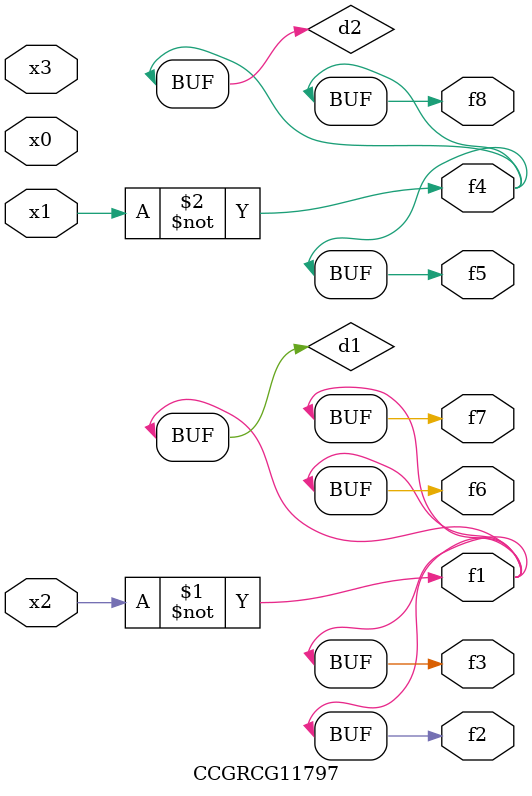
<source format=v>
module CCGRCG11797(
	input x0, x1, x2, x3,
	output f1, f2, f3, f4, f5, f6, f7, f8
);

	wire d1, d2;

	xnor (d1, x2);
	not (d2, x1);
	assign f1 = d1;
	assign f2 = d1;
	assign f3 = d1;
	assign f4 = d2;
	assign f5 = d2;
	assign f6 = d1;
	assign f7 = d1;
	assign f8 = d2;
endmodule

</source>
